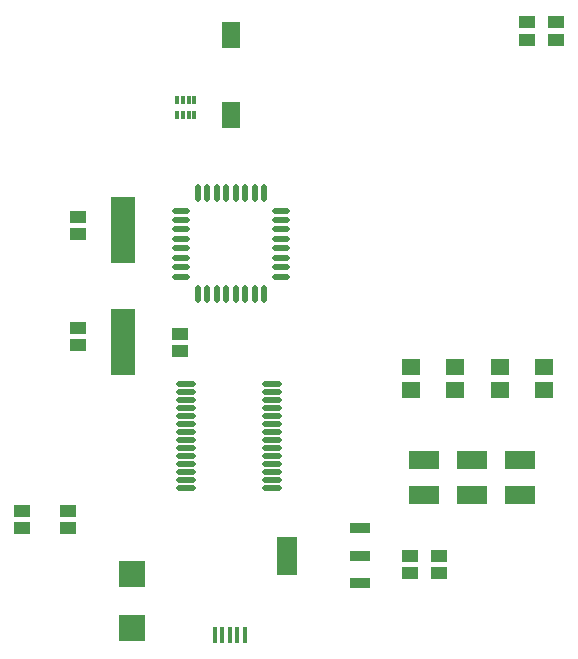
<source format=gtp>
G04 Layer_Color=8421504*
%FSLAX25Y25*%
%MOIN*%
G70*
G01*
G75*
%ADD10R,0.05512X0.04331*%
%ADD11R,0.01772X0.02953*%
%ADD12O,0.06496X0.01969*%
%ADD13O,0.05906X0.02165*%
%ADD14O,0.02165X0.05906*%
%ADD15R,0.09055X0.09055*%
%ADD16R,0.08268X0.22047*%
%ADD17R,0.05906X0.05512*%
%ADD18R,0.10236X0.05906*%
%ADD19R,0.01575X0.05315*%
%ADD20R,0.06890X0.03543*%
%ADD21R,0.06890X0.12598*%
%ADD22R,0.05906X0.09055*%
D10*
X519000Y362500D02*
D03*
Y368406D02*
D03*
X509167Y362500D02*
D03*
Y368406D02*
D03*
X470167Y190500D02*
D03*
Y184595D02*
D03*
X341000Y199547D02*
D03*
Y205453D02*
D03*
X393500Y264500D02*
D03*
Y258594D02*
D03*
X359500Y297547D02*
D03*
Y303453D02*
D03*
X480000Y190500D02*
D03*
Y184595D02*
D03*
X359500Y260595D02*
D03*
Y266500D02*
D03*
X356250Y199547D02*
D03*
Y205453D02*
D03*
D11*
X392563Y337382D02*
D03*
X394531D02*
D03*
X396500D02*
D03*
X398468D02*
D03*
X392563Y342500D02*
D03*
X394531D02*
D03*
X396500D02*
D03*
X398468D02*
D03*
D12*
X395728Y247799D02*
D03*
Y245138D02*
D03*
Y242476D02*
D03*
Y239815D02*
D03*
Y237154D02*
D03*
Y234492D02*
D03*
Y231831D02*
D03*
Y229169D02*
D03*
Y226508D02*
D03*
Y223847D02*
D03*
Y221185D02*
D03*
Y218524D02*
D03*
Y215862D02*
D03*
Y213201D02*
D03*
X424272Y247799D02*
D03*
Y245138D02*
D03*
Y242476D02*
D03*
Y239815D02*
D03*
Y237154D02*
D03*
Y234492D02*
D03*
Y231831D02*
D03*
Y229169D02*
D03*
Y226508D02*
D03*
Y223847D02*
D03*
Y221185D02*
D03*
Y218524D02*
D03*
Y215862D02*
D03*
Y213201D02*
D03*
D13*
X393909Y305524D02*
D03*
Y302374D02*
D03*
Y299224D02*
D03*
Y296075D02*
D03*
Y292925D02*
D03*
Y289776D02*
D03*
Y286626D02*
D03*
Y283476D02*
D03*
X427374D02*
D03*
Y286626D02*
D03*
Y289776D02*
D03*
Y292925D02*
D03*
Y296075D02*
D03*
Y299224D02*
D03*
Y302374D02*
D03*
Y305524D02*
D03*
D14*
X399618Y277768D02*
D03*
X402768D02*
D03*
X405917D02*
D03*
X409067D02*
D03*
X412217D02*
D03*
X415366D02*
D03*
X418516D02*
D03*
X421665D02*
D03*
Y311232D02*
D03*
X418516D02*
D03*
X415366D02*
D03*
X412217D02*
D03*
X409067D02*
D03*
X405917D02*
D03*
X402768D02*
D03*
X399618D02*
D03*
D15*
X377500Y184216D02*
D03*
Y166500D02*
D03*
D16*
X374500Y261784D02*
D03*
Y299185D02*
D03*
D17*
X515000Y245563D02*
D03*
Y253437D02*
D03*
X470500Y245563D02*
D03*
Y253437D02*
D03*
X485333Y245563D02*
D03*
Y253437D02*
D03*
X500167Y245563D02*
D03*
Y253437D02*
D03*
D18*
X475000Y210689D02*
D03*
Y222500D02*
D03*
X491000Y210689D02*
D03*
Y222500D02*
D03*
X507000Y210689D02*
D03*
Y222500D02*
D03*
D19*
X405335Y163933D02*
D03*
X407795Y163933D02*
D03*
X410256D02*
D03*
X412717Y163933D02*
D03*
X415177D02*
D03*
D20*
X453803Y181445D02*
D03*
Y190500D02*
D03*
Y199555D02*
D03*
D21*
X429197Y190500D02*
D03*
D22*
X410500Y363992D02*
D03*
Y337500D02*
D03*
M02*

</source>
